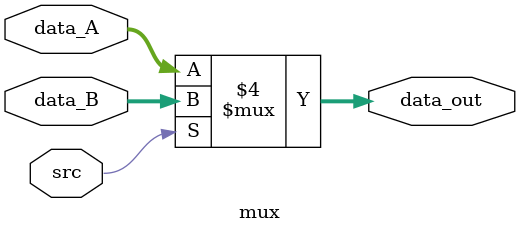
<source format=v>
module mux #(
    parameter n = 32 //2xn in, 1xn out 
) (
    input wire [n-1:0] data_A, data_B,
    input wire src,

    output reg [n-1:0] data_out
);

    always@(*)
    begin
        if(~src)
            data_out= data_A;
        else
             data_out= data_B;
    end
    
endmodule
</source>
